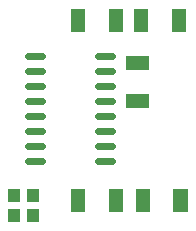
<source format=gbp>
G04 Layer: BottomPasteMaskLayer*
G04 EasyEDA v6.3.53, 2020-06-17T01:54:55+02:00*
G04 e9d571a3f1504c91a96fab9e56f28b91,9eabfb72a9474bef872f988307f0334b,10*
G04 Gerber Generator version 0.2*
G04 Scale: 100 percent, Rotated: No, Reflected: No *
G04 Dimensions in millimeters *
G04 leading zeros omitted , absolute positions ,3 integer and 3 decimal *
%FSLAX33Y33*%
%MOMM*%
G90*
G71D02*

%ADD27C,0.599999*%

%LPD*%
G54D27*
G01X10156Y80491D02*
G01X11356Y80491D01*
G01X10156Y79221D02*
G01X11356Y79221D01*
G01X10156Y77951D02*
G01X11356Y77951D01*
G01X10156Y76681D02*
G01X11356Y76681D01*
G01X10156Y75411D02*
G01X11356Y75411D01*
G01X10156Y74141D02*
G01X11356Y74141D01*
G01X10156Y72871D02*
G01X11356Y72871D01*
G01X10156Y71601D02*
G01X11356Y71601D01*
G01X4213Y80491D02*
G01X5413Y80491D01*
G01X4213Y79221D02*
G01X5413Y79221D01*
G01X4213Y77951D02*
G01X5413Y77951D01*
G01X4213Y76681D02*
G01X5413Y76681D01*
G01X4213Y75411D02*
G01X5413Y75411D01*
G01X4213Y74141D02*
G01X5413Y74141D01*
G01X4213Y72871D02*
G01X5413Y72871D01*
G01X4213Y71601D02*
G01X5413Y71601D01*
G36*
G01X17605Y84490D02*
G01X16405Y84490D01*
G01X16405Y82589D01*
G01X17605Y82589D01*
G01X17605Y84490D01*
G37*
G36*
G01X14404Y84490D02*
G01X13204Y84490D01*
G01X13204Y82589D01*
G01X14404Y82589D01*
G01X14404Y84490D01*
G37*
G36*
G01X7871Y82589D02*
G01X9071Y82589D01*
G01X9071Y84490D01*
G01X7871Y84490D01*
G01X7871Y82589D01*
G37*
G36*
G01X11071Y82589D02*
G01X12271Y82589D01*
G01X12271Y84490D01*
G01X11071Y84490D01*
G01X11071Y82589D01*
G37*
G36*
G01X7871Y67349D02*
G01X9071Y67349D01*
G01X9071Y69250D01*
G01X7871Y69250D01*
G01X7871Y67349D01*
G37*
G36*
G01X11071Y67349D02*
G01X12271Y67349D01*
G01X12271Y69250D01*
G01X11071Y69250D01*
G01X11071Y67349D01*
G37*
G36*
G01X13332Y67349D02*
G01X14532Y67349D01*
G01X14532Y69250D01*
G01X13332Y69250D01*
G01X13332Y67349D01*
G37*
G36*
G01X16532Y67349D02*
G01X17732Y67349D01*
G01X17732Y69250D01*
G01X16532Y69250D01*
G01X16532Y67349D01*
G37*
G36*
G01X4148Y68130D02*
G01X5148Y68130D01*
G01X5148Y69231D01*
G01X4148Y69231D01*
G01X4148Y68130D01*
G37*
G36*
G01X2548Y68130D02*
G01X3548Y68130D01*
G01X3548Y69231D01*
G01X2548Y69231D01*
G01X2548Y68130D01*
G37*
G36*
G01X4148Y66479D02*
G01X5148Y66479D01*
G01X5148Y67580D01*
G01X4148Y67580D01*
G01X4148Y66479D01*
G37*
G36*
G01X2548Y66479D02*
G01X3548Y66479D01*
G01X3548Y67580D01*
G01X2548Y67580D01*
G01X2548Y66479D01*
G37*
G36*
G01X12550Y77332D02*
G01X12550Y76132D01*
G01X14450Y76132D01*
G01X14450Y77332D01*
G01X12550Y77332D01*
G37*
G36*
G01X12550Y80533D02*
G01X12550Y79333D01*
G01X14450Y79333D01*
G01X14450Y80533D01*
G01X12550Y80533D01*
G37*
M00*
M02*

</source>
